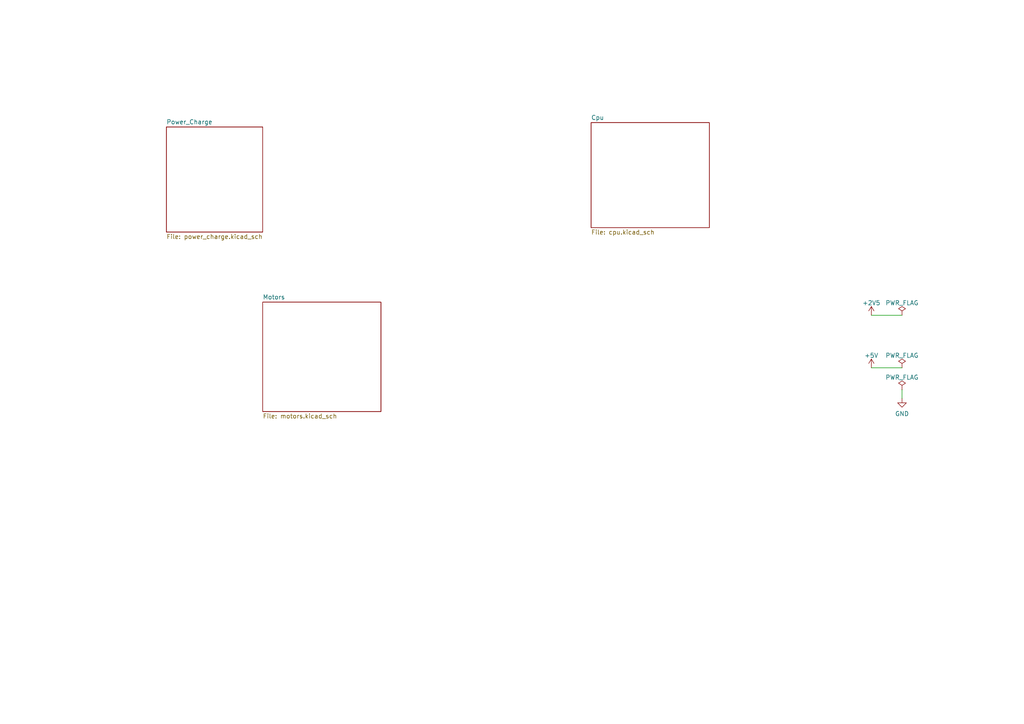
<source format=kicad_sch>
(kicad_sch (version 20211123) (generator eeschema)
  (paper "A4")
  (title_block (date "2022-06-08") (company "INSA - GEI"))
  (lib_symbols
    (symbol "power:+2V5" (power) (pin_names (offset 0))
      (property "Value" "+2V5" (at 0 3.556 0))
      (symbol "+2V5_0_1"
        (polyline (pts (xy -0.762 1.27) (xy 0 2.54)))
        (polyline (pts (xy 0 0) (xy 0 2.54)))
        (polyline (pts (xy 0 2.54) (xy 0.762 1.27)))
      )
      (symbol "+2V5_1_1"
        (pin power_in line (at 0 0 90) (length 0) hide (name "+2V5") (number "1"))
      )
    )
    (symbol "power:+5V" (power) (pin_names (offset 0))
      (property "Value" "+5V" (at 0 3.556 0))
      (symbol "+5V_0_1"
        (polyline (pts (xy -0.762 1.27) (xy 0 2.54)))
        (polyline (pts (xy 0 0) (xy 0 2.54)))
        (polyline (pts (xy 0 2.54) (xy 0.762 1.27)))
      )
      (symbol "+5V_1_1"
        (pin power_in line (at 0 0 90) (length 0) hide (name "+5V") (number "1"))
      )
    )
    (symbol "power:GND" (power) (pin_names (offset 0))
      (property "Value" "GND" (at 0 -3.81 0))
      (symbol "GND_0_1"
        (polyline (pts (xy 0 0) (xy 0 -1.27) (xy 1.27 -1.27) (xy 0 -2.54) (xy -1.27 -1.27) (xy 0 -1.27)))
      )
      (symbol "GND_1_1"
        (pin power_in line (at 0 0 270) (length 0) hide (name "GND") (number "1"))
      )
    )
    (symbol "power:PWR_FLAG" (power) (pin_numbers hide) (pin_names (offset 0) hide)
      (property "Value" "PWR_FLAG" (at 0 3.81 0))
      (symbol "PWR_FLAG_0_0"
        (pin power_out line (at 0 0 90) (length 0) (name "pwr") (number "1"))
      )
      (symbol "PWR_FLAG_0_1"
        (polyline (pts (xy 0 0) (xy 0 1.27) (xy -1.016 1.905) (xy 0 2.54) (xy 1.016 1.905) (xy 0 1.27)))
      )
    )
  )
  (wire (pts (xy 252.73 91.44) (xy 261.62 91.44)))
  (wire (pts (xy 261.62 113.03) (xy 261.62 115.57)))
  (wire (pts (xy 252.73 106.68) (xy 261.62 106.68)))
  (symbol (lib_id "power:GND") (at 261.62 115.57 0) (unit 1)
    (property "Reference" "#PWR04" (effects hide))
    (property "Value" "GND" (at 261.62 120.0134 0))
  )
  (symbol (lib_id "power:+5V") (at 252.73 106.68 0) (unit 1)
    (property "Reference" "#PWR03" (effects hide))
    (property "Value" "+5V" (at 252.73 103.1042 0))
  )
  (symbol (lib_id "power:+2V5") (at 252.73 91.44 0) (unit 1)
    (property "Reference" "#PWR01" (effects hide))
    (property "Value" "+2V5" (at 252.73 87.8642 0))
  )
  (symbol (lib_id "power:PWR_FLAG") (at 261.62 106.68 0) (unit 1)
    (property "Reference" "#FLG03" (effects hide))
    (property "Value" "PWR_FLAG" (at 261.62 103.1042 0))
  )
  (symbol (lib_id "power:PWR_FLAG") (at 261.62 91.44 0) (unit 1)
    (property "Reference" "#FLG01" (effects hide))
    (property "Value" "PWR_FLAG" (at 261.62 87.8642 0))
  )
  (symbol (lib_id "power:PWR_FLAG") (at 261.62 113.03 0) (unit 1)
    (property "Reference" "#FLG04" (effects hide))
    (property "Value" "PWR_FLAG" (at 261.62 109.4542 0))
  )
  (sheet (at 171.45 35.56) (size 34.29 30.48) (stroke (width 0.1524))
    (property "Sheet name" "Cpu" (at 171.45 34.8484 0) (effects (justify left bottom)))
    (property "Sheet file" "cpu.kicad_sch" (at 171.45 66.6246 0) (effects (justify left top)))
  )
  (sheet (at 48.26 36.83) (size 27.94 30.48) (stroke (width 0.1524))
    (property "Sheet name" "Power_Charge" (at 48.26 36.1184 0) (effects (justify left bottom)))
    (property "Sheet file" "power_charge.kicad_sch" (at 48.26 67.8946 0) (effects (justify left top)))
  )
  (sheet (at 76.2 87.63) (size 34.29 31.75) (stroke (width 0.1524))
    (property "Sheet name" "Motors" (at 76.2 86.9184 0) (effects (justify left bottom)))
    (property "Sheet file" "motors.kicad_sch" (at 76.2 119.9646 0) (effects (justify left top)))
  )
)
</source>
